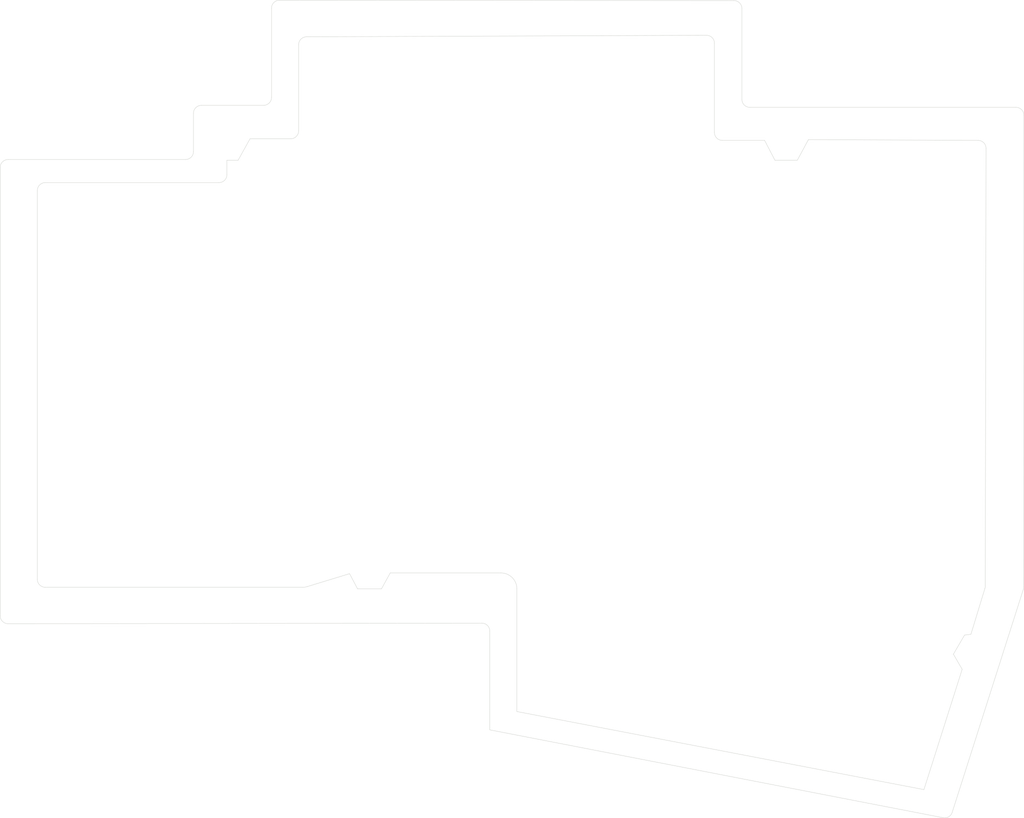
<source format=kicad_pcb>
(kicad_pcb
	(version 20241229)
	(generator "pcbnew")
	(generator_version "9.0")
	(general
		(thickness 1.6)
		(legacy_teardrops no)
	)
	(paper "A4")
	(layers
		(0 "F.Cu" signal)
		(2 "B.Cu" signal)
		(9 "F.Adhes" user "F.Adhesive")
		(11 "B.Adhes" user "B.Adhesive")
		(13 "F.Paste" user)
		(15 "B.Paste" user)
		(5 "F.SilkS" user "F.Silkscreen")
		(7 "B.SilkS" user "B.Silkscreen")
		(1 "F.Mask" user)
		(3 "B.Mask" user)
		(17 "Dwgs.User" user "User.Drawings")
		(19 "Cmts.User" user "User.Comments")
		(21 "Eco1.User" user "User.Eco1")
		(23 "Eco2.User" user "User.Eco2")
		(25 "Edge.Cuts" user)
		(27 "Margin" user)
		(31 "F.CrtYd" user "F.Courtyard")
		(29 "B.CrtYd" user "B.Courtyard")
		(35 "F.Fab" user)
		(33 "B.Fab" user)
		(39 "User.1" user)
		(41 "User.2" user)
		(43 "User.3" user)
		(45 "User.4" user)
	)
	(setup
		(pad_to_mask_clearance 0)
		(allow_soldermask_bridges_in_footprints no)
		(tenting front back)
		(pcbplotparams
			(layerselection 0x00000000_00000000_55555555_57555570)
			(plot_on_all_layers_selection 0x00000000_00000000_00000000_02000000)
			(disableapertmacros no)
			(usegerberextensions no)
			(usegerberattributes yes)
			(usegerberadvancedattributes yes)
			(creategerberjobfile no)
			(dashed_line_dash_ratio 12.000000)
			(dashed_line_gap_ratio 3.000000)
			(svgprecision 4)
			(plotframeref no)
			(mode 1)
			(useauxorigin no)
			(hpglpennumber 1)
			(hpglpenspeed 20)
			(hpglpendiameter 15.000000)
			(pdf_front_fp_property_popups yes)
			(pdf_back_fp_property_popups yes)
			(pdf_metadata yes)
			(pdf_single_document no)
			(dxfpolygonmode yes)
			(dxfimperialunits yes)
			(dxfusepcbnewfont yes)
			(psnegative no)
			(psa4output no)
			(plot_black_and_white yes)
			(plotinvisibletext no)
			(sketchpadsonfab no)
			(plotpadnumbers no)
			(hidednponfab no)
			(sketchdnponfab yes)
			(crossoutdnponfab yes)
			(subtractmaskfromsilk no)
			(outputformat 4)
			(mirror no)
			(drillshape 0)
			(scaleselection 1)
			(outputdirectory "../order_anymany/")
		)
	)
	(net 0 "")
	(gr_arc
		(start 116.996217 119.803797)
		(mid 117.705768 120.095347)
		(end 118 120.80379)
		(stroke
			(width 0.05)
			(type default)
		)
		(layer "Edge.Cuts")
		(uuid "05d38823-a1d1-4494-881d-0a2a0bba0db5")
	)
	(gr_line
		(start 80.8 55.8)
		(end 80.8 60.6)
		(stroke
			(width 0.05)
			(type default)
		)
		(layer "Edge.Cuts")
		(uuid "06413f74-8609-47f4-88ec-fc1694a647a6")
	)
	(gr_line
		(start 172.5 140.7)
		(end 177.3 125.6)
		(stroke
			(width 0.05)
			(type default)
		)
		(layer "Edge.Cuts")
		(uuid "072ceea0-2931-4306-a9df-4c39b3d36484")
	)
	(gr_arc
		(start 94 47.196143)
		(mid 94.291513 46.490376)
		(end 94.996135 46.19615)
		(stroke
			(width 0.05)
			(type default)
		)
		(layer "Edge.Cuts")
		(uuid "07e39f95-7f41-4c22-bf5b-278281d81539")
	)
	(gr_line
		(start 176.2 123.7)
		(end 177.6 121.3)
		(stroke
			(width 0.05)
			(type default)
		)
		(layer "Edge.Cuts")
		(uuid "0df7d8dd-cdfc-4be4-8d9f-995288bab607")
	)
	(gr_line
		(start 104.4 115.5)
		(end 105.5 113.5)
		(stroke
			(width 0.05)
			(type default)
		)
		(layer "Edge.Cuts")
		(uuid "152ff96b-a385-407e-a612-55a58ab77884")
	)
	(gr_arc
		(start 90.6 42.600854)
		(mid 90.893211 41.893475)
		(end 91.600854 41.600855)
		(stroke
			(width 0.05)
			(type default)
		)
		(layer "Edge.Cuts")
		(uuid "1a86b66f-3631-4ca1-9c3e-8cebf0e1f45d")
	)
	(gr_line
		(start 180.200264 115.151763)
		(end 180.298214 60.201783)
		(stroke
			(width 0.05)
			(type default)
		)
		(layer "Edge.Cuts")
		(uuid "2262a679-5c0d-4dcb-b6b5-2da8e8256990")
	)
	(gr_line
		(start 85 61.7)
		(end 85 63.5)
		(stroke
			(width 0.05)
			(type default)
		)
		(layer "Edge.Cuts")
		(uuid "25dd5804-6d18-43b3-92c5-45eea1481806")
	)
	(gr_line
		(start 87.9 59)
		(end 93 59)
		(stroke
			(width 0.05)
			(type default)
		)
		(layer "Edge.Cuts")
		(uuid "2e7309d4-63ef-4c7b-b473-7ad292b171aa")
	)
	(gr_arc
		(start 56.5375 62.6)
		(mid 56.830393 61.892893)
		(end 57.5375 61.6)
		(stroke
			(width 0.05)
			(type default)
		)
		(layer "Edge.Cuts")
		(uuid "2f01ea8e-9968-4b8e-a6f6-05347d0f7415")
	)
	(gr_line
		(start 89.6 54.8)
		(end 81.8 54.8)
		(stroke
			(width 0.05)
			(type default)
		)
		(layer "Edge.Cuts")
		(uuid "3422366c-1637-4baf-b03a-11f9afeb8632")
	)
	(gr_arc
		(start 61.2 65.5)
		(mid 61.492893 64.792893)
		(end 62.2 64.5)
		(stroke
			(width 0.05)
			(type default)
		)
		(layer "Edge.Cuts")
		(uuid "354e5988-846a-4e34-9563-9f3bcefa3be7")
	)
	(gr_line
		(start 152.5 59.2)
		(end 153.8 61.7)
		(stroke
			(width 0.05)
			(type default)
		)
		(layer "Edge.Cuts")
		(uuid "43a9cd5b-7bdc-4f3d-859f-4f99d3671ee1")
	)
	(gr_line
		(start 146.2 47.003838)
		(end 146.2 58.2)
		(stroke
			(width 0.05)
			(type default)
		)
		(layer "Edge.Cuts")
		(uuid "4809b36e-79b7-4a07-9f01-f49a8afd1842")
	)
	(gr_arc
		(start 179.298216 59.2)
		(mid 180.005943 59.49353)
		(end 180.298214 60.201783)
		(stroke
			(width 0.05)
			(type default)
		)
		(layer "Edge.Cuts")
		(uuid "4b5eb72b-2543-4bc0-bde0-6f4e4e339153")
	)
	(gr_line
		(start 56.5375 62.6)
		(end 56.5375 118.875)
		(stroke
			(width 0.05)
			(type default)
		)
		(layer "Edge.Cuts")
		(uuid "4f38f87c-9114-49b3-a614-ad5223cbf594")
	)
	(gr_line
		(start 147.2 59.2)
		(end 152.5 59.2)
		(stroke
			(width 0.05)
			(type default)
		)
		(layer "Edge.Cuts")
		(uuid "501e5284-64b1-4faf-9f8c-74f345e6f477")
	)
	(gr_line
		(start 94 58)
		(end 94 47.196143)
		(stroke
			(width 0.05)
			(type default)
		)
		(layer "Edge.Cuts")
		(uuid "58848a1e-791d-495a-922f-f7d066501917")
	)
	(gr_line
		(start 57.5375 61.6)
		(end 79.8 61.6)
		(stroke
			(width 0.05)
			(type default)
		)
		(layer "Edge.Cuts")
		(uuid "59a2789c-a292-487c-a11c-29414952c16e")
	)
	(gr_line
		(start 105.5 113.5)
		(end 119.4 113.5)
		(stroke
			(width 0.05)
			(type default)
		)
		(layer "Edge.Cuts")
		(uuid "619feb29-6224-4260-8822-05fa738c7993")
	)
	(gr_arc
		(start 80.8 60.6)
		(mid 80.507107 61.307107)
		(end 79.8 61.6)
		(stroke
			(width 0.05)
			(type default)
		)
		(layer "Edge.Cuts")
		(uuid "61f994f9-135f-4378-815e-81b4105b0425")
	)
	(gr_arc
		(start 150.65 55.05)
		(mid 149.942893 54.757107)
		(end 149.65 54.05)
		(stroke
			(width 0.05)
			(type default)
		)
		(layer "Edge.Cuts")
		(uuid "66a23bdb-c21b-4724-8fa1-a8e10996e0c8")
	)
	(gr_line
		(start 177.6 121.3)
		(end 178.4 121.2)
		(stroke
			(width 0.05)
			(type default)
		)
		(layer "Edge.Cuts")
		(uuid "6cd0d369-7ef9-45ff-9cb0-35eaffbb527b")
	)
	(gr_arc
		(start 176.055927 143.53255)
		(mid 175.602783 144.112202)
		(end 174.875695 144.224991)
		(stroke
			(width 0.05)
			(type default)
		)
		(layer "Edge.Cuts")
		(uuid "6d77ee31-6afe-4aa3-b05e-6c3f0d2b07cc")
	)
	(gr_arc
		(start 119.4 113.5)
		(mid 120.814214 114.085786)
		(end 121.4 115.5)
		(stroke
			(width 0.05)
			(type default)
		)
		(layer "Edge.Cuts")
		(uuid "6e9238a3-8cff-4ae8-94e6-f0075ef3cb34")
	)
	(gr_arc
		(start 80.8 55.8)
		(mid 81.092893 55.092893)
		(end 81.8 54.8)
		(stroke
			(width 0.05)
			(type default)
		)
		(layer "Edge.Cuts")
		(uuid "7146c78a-544e-4e4c-9a37-92a484ced114")
	)
	(gr_line
		(start 158 59.1)
		(end 179.298216 59.2)
		(stroke
			(width 0.05)
			(type default)
		)
		(layer "Edge.Cuts")
		(uuid "7922f5c8-3c9e-4adc-b732-139006f0d1e3")
	)
	(gr_line
		(start 174.87582 144.224991)
		(end 118 133.2)
		(stroke
			(width 0.05)
			(type default)
		)
		(layer "Edge.Cuts")
		(uuid "7a4876b5-0b7d-4bd7-a683-6d3751bf8f0b")
	)
	(gr_line
		(start 184.990239 115.523164)
		(end 176.055927 143.53255)
		(stroke
			(width 0.05)
			(type default)
		)
		(layer "Edge.Cuts")
		(uuid "7e599c2d-9776-475c-942d-1af0fefef881")
	)
	(gr_arc
		(start 95.085315 115.212955)
		(mid 94.796736 115.27812)
		(end 94.501702 115.3)
		(stroke
			(width 0.05)
			(type default)
		)
		(layer "Edge.Cuts")
		(uuid "7ebccfd2-563c-495f-bf46-249e6639290e")
	)
	(gr_line
		(start 116.996217 119.803797)
		(end 57.5375 119.875)
		(stroke
			(width 0.05)
			(type default)
		)
		(layer "Edge.Cuts")
		(uuid "7f52a137-3546-4bcd-b5be-614b820fc501")
	)
	(gr_line
		(start 118 133.2)
		(end 118.000017 130.600384)
		(stroke
			(width 0.05)
			(type default)
		)
		(layer "Edge.Cuts")
		(uuid "868ba494-3967-4a5d-8fea-bee382c0b0bb")
	)
	(gr_line
		(start 149.65 42.649579)
		(end 149.65 54.05)
		(stroke
			(width 0.05)
			(type default)
		)
		(layer "Edge.Cuts")
		(uuid "8bf1c11b-445e-4400-a4ce-224d413bdb6e")
	)
	(gr_line
		(start 85 61.7)
		(end 86.4 61.7)
		(stroke
			(width 0.05)
			(type default)
		)
		(layer "Edge.Cuts")
		(uuid "917ef595-daf4-43de-8ab6-2d9ad08d860c")
	)
	(gr_arc
		(start 184.049793 55.05)
		(mid 184.756977 55.342964)
		(end 185.049793 56.050207)
		(stroke
			(width 0.05)
			(type default)
		)
		(layer "Edge.Cuts")
		(uuid "95471220-fd9e-4aae-968d-c5392ef23f72")
	)
	(gr_line
		(start 148.650421 41.649579)
		(end 91.600854 41.600855)
		(stroke
			(width 0.05)
			(type default)
		)
		(layer "Edge.Cuts")
		(uuid "9a07cdd2-745b-49e5-87d0-51c48f2cdf8e")
	)
	(gr_line
		(start 121.4 115.5)
		(end 121.4 130.9)
		(stroke
			(width 0.05)
			(type default)
		)
		(layer "Edge.Cuts")
		(uuid "a4f67b58-8154-4e1a-9b2e-6d7cc4902511")
	)
	(gr_arc
		(start 62.2 115.3)
		(mid 61.492893 115.007107)
		(end 61.2 114.3)
		(stroke
			(width 0.05)
			(type default)
		)
		(layer "Edge.Cuts")
		(uuid "a5fb32ab-a03d-4272-8987-e201886e52f3")
	)
	(gr_arc
		(start 85 63.5)
		(mid 84.707107 64.207107)
		(end 84 64.5)
		(stroke
			(width 0.05)
			(type default)
		)
		(layer "Edge.Cuts")
		(uuid "a7aa2a66-932d-465e-a119-fb71bef6ac13")
	)
	(gr_line
		(start 185.049793 56.050207)
		(end 185.037532 115.219481)
		(stroke
			(width 0.05)
			(type default)
		)
		(layer "Edge.Cuts")
		(uuid "ad5208bf-2015-4399-bb38-e88bf3d4fac3")
	)
	(gr_line
		(start 150.65 55.05)
		(end 184.049793 55.05)
		(stroke
			(width 0.05)
			(type default)
		)
		(layer "Edge.Cuts")
		(uuid "aebf28e0-246e-4be6-a383-09f82e57fbd7")
	)
	(gr_arc
		(start 185.037532 115.219481)
		(mid 185.025622 115.37315)
		(end 184.990239 115.523164)
		(stroke
			(width 0.05)
			(type default)
		)
		(layer "Edge.Cuts")
		(uuid "b308a9df-5c74-40bd-937c-dcf0ff4252c5")
	)
	(gr_arc
		(start 147.2 59.2)
		(mid 146.492893 58.907107)
		(end 146.2 58.2)
		(stroke
			(width 0.05)
			(type default)
		)
		(layer "Edge.Cuts")
		(uuid "b53a3aa7-e13c-404d-812b-db68eef60c67")
	)
	(gr_line
		(start 121.4 130.9)
		(end 172.5 140.7)
		(stroke
			(width 0.05)
			(type default)
		)
		(layer "Edge.Cuts")
		(uuid "b6108165-1817-4671-81fe-355cb05917a2")
	)
	(gr_line
		(start 178.4 121.2)
		(end 180.156743 115.441787)
		(stroke
			(width 0.05)
			(type default)
		)
		(layer "Edge.Cuts")
		(uuid "b9c77a49-5ab9-4ae2-8484-fc6052575b96")
	)
	(gr_line
		(start 61.2 65.5)
		(end 61.2 114.3)
		(stroke
			(width 0.05)
			(type default)
		)
		(layer "Edge.Cuts")
		(uuid "bad455df-7d4a-4d80-8e46-07604deed06c")
	)
	(gr_line
		(start 95.085315 115.212955)
		(end 100.397635 113.592247)
		(stroke
			(width 0.05)
			(type default)
		)
		(layer "Edge.Cuts")
		(uuid "bb747b24-7894-49f9-aaec-d85de528ac30")
	)
	(gr_arc
		(start 90.6 53.8)
		(mid 90.307107 54.507107)
		(end 89.6 54.8)
		(stroke
			(width 0.05)
			(type default)
		)
		(layer "Edge.Cuts")
		(uuid "c06618a5-c2a8-4bf0-8402-0b09ce8cd91b")
	)
	(gr_arc
		(start 180.200264 115.151763)
		(mid 180.189197 115.29838)
		(end 180.156743 115.441787)
		(stroke
			(width 0.05)
			(type default)
		)
		(layer "Edge.Cuts")
		(uuid "c7d4ba66-26a7-4d66-b185-82c4a789f6e2")
	)
	(gr_arc
		(start 145.196169 46.003845)
		(mid 145.905738 46.29538)
		(end 146.2 47.003838)
		(stroke
			(width 0.05)
			(type default)
		)
		(layer "Edge.Cuts")
		(uuid "cc6cf449-7b07-48d0-80be-6cce362e3159")
	)
	(gr_line
		(start 62.2 115.3)
		(end 94.501702 115.3)
		(stroke
			(width 0.05)
			(type default)
		)
		(layer "Edge.Cuts")
		(uuid "d5107b23-c854-44c6-a2b4-caa714811fc7")
	)
	(gr_line
		(start 156.6 61.7)
		(end 158 59.1)
		(stroke
			(width 0.05)
			(type default)
		)
		(layer "Edge.Cuts")
		(uuid "d647e926-e8e4-4fcf-a08c-f6020ba8f388")
	)
	(gr_line
		(start 100.4 113.6)
		(end 101.4 115.5)
		(stroke
			(width 0.05)
			(type default)
		)
		(layer "Edge.Cuts")
		(uuid "d89adda1-a34a-4011-803f-9ee304600459")
	)
	(gr_line
		(start 86.4 61.7)
		(end 87.9 59)
		(stroke
			(width 0.05)
			(type default)
		)
		(layer "Edge.Cuts")
		(uuid "d8c379a3-d0e6-4451-8f12-a197b056b08b")
	)
	(gr_line
		(start 90.6 42.600854)
		(end 90.6 53.8)
		(stroke
			(width 0.05)
			(type default)
		)
		(layer "Edge.Cuts")
		(uuid "df9af7ae-2134-4a9e-856e-cf08bc36346f")
	)
	(gr_arc
		(start 57.5375 119.875)
		(mid 56.830393 119.582107)
		(end 56.5375 118.875)
		(stroke
			(width 0.05)
			(type default)
		)
		(layer "Edge.Cuts")
		(uuid "e542674a-fb67-4982-beff-8413df0c2873")
	)
	(gr_line
		(start 118 130.600384)
		(end 118 120.80379)
		(stroke
			(width 0.05)
			(type default)
		)
		(layer "Edge.Cuts")
		(uuid "e8a532ed-164e-428c-b633-0346a154e9ed")
	)
	(gr_line
		(start 153.8 61.7)
		(end 156.6 61.7)
		(stroke
			(width 0.05)
			(type default)
		)
		(layer "Edge.Cuts")
		(uuid "eac9972b-ed1c-4f2d-82dd-37647d967cf3")
	)
	(gr_arc
		(start 148.650421 41.649579)
		(mid 149.357263 41.94262)
		(end 149.65 42.649579)
		(stroke
			(width 0.05)
			(type default)
		)
		(layer "Edge.Cuts")
		(uuid "ef392433-4b3b-4ef4-9994-876178e7bb4b")
	)
	(gr_line
		(start 145.196169 46.003845)
		(end 94.996135 46.19615)
		(stroke
			(width 0.05)
			(type default)
		)
		(layer "Edge.Cuts")
		(uuid "f5724bb4-79bd-4e27-a48b-4f35b74c531f")
	)
	(gr_line
		(start 101.4 115.5)
		(end 104.4 115.5)
		(stroke
			(width 0.05)
			(type default)
		)
		(layer "Edge.Cuts")
		(uuid "f747ffbc-1ed3-44e2-8d55-f806f24d44e3")
	)
	(gr_line
		(start 84 64.5)
		(end 62.2 64.5)
		(stroke
			(width 0.05)
			(type default)
		)
		(layer "Edge.Cuts")
		(uuid "f7ada89b-8367-4c38-8b7e-308c424f3bb7")
	)
	(gr_line
		(start 177.3 125.6)
		(end 176.2 123.7)
		(stroke
			(width 0.05)
			(type default)
		)
		(layer "Edge.Cuts")
		(uuid "fdfc5b02-634a-4255-ab08-2cc27c972617")
	)
	(gr_arc
		(start 94 58)
		(mid 93.707107 58.707107)
		(end 93 59)
		(stroke
			(width 0.05)
			(type default)
		)
		(layer "Edge.Cuts")
		(uuid "ff0475bd-69a5-4939-80bb-5ea80ca19780")
	)
	(embedded_fonts no)
)

</source>
